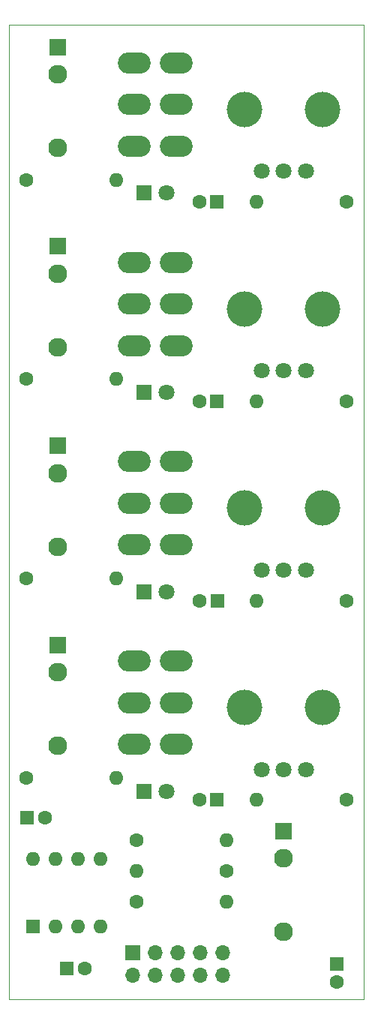
<source format=gts>
G04 #@! TF.GenerationSoftware,KiCad,Pcbnew,(6.0.0)*
G04 #@! TF.CreationDate,2022-07-06T19:49:16+01:00*
G04 #@! TF.ProjectId,Basic-mixer,42617369-632d-46d6-9978-65722e6b6963,rev?*
G04 #@! TF.SameCoordinates,Original*
G04 #@! TF.FileFunction,Soldermask,Top*
G04 #@! TF.FilePolarity,Negative*
%FSLAX46Y46*%
G04 Gerber Fmt 4.6, Leading zero omitted, Abs format (unit mm)*
G04 Created by KiCad (PCBNEW (6.0.0)) date 2022-07-06 19:49:16*
%MOMM*%
%LPD*%
G01*
G04 APERTURE LIST*
G04 #@! TA.AperFunction,Profile*
%ADD10C,0.050000*%
G04 #@! TD*
%ADD11C,1.600000*%
%ADD12O,1.600000X1.600000*%
%ADD13R,1.800000X1.800000*%
%ADD14C,1.800000*%
%ADD15O,3.700000X2.400000*%
%ADD16R,1.600000X1.600000*%
%ADD17C,4.000000*%
%ADD18R,1.700000X1.700000*%
%ADD19O,1.700000X1.700000*%
%ADD20R,1.930000X1.830000*%
%ADD21C,2.130000*%
G04 APERTURE END LIST*
D10*
X104999998Y-51000000D02*
X104999999Y-161000000D01*
X64999999Y-161000000D02*
X104999999Y-161000000D01*
X64999999Y-51000000D02*
X104999998Y-51000000D01*
X64999999Y-51000000D02*
X64999999Y-161000000D01*
D11*
X103079999Y-138500000D03*
D12*
X92919999Y-138500000D03*
D13*
X80224999Y-92500000D03*
D14*
X82764999Y-92500000D03*
D11*
X79419999Y-143000000D03*
D12*
X89579999Y-143000000D03*
D15*
X79099999Y-122800000D03*
X79099999Y-127500000D03*
X79099999Y-132200000D03*
X83899999Y-122800000D03*
X83899999Y-127500000D03*
X83899999Y-132200000D03*
D16*
X67044887Y-140500000D03*
D11*
X69044887Y-140500000D03*
D17*
X100399999Y-128050000D03*
X91599999Y-128050000D03*
D14*
X98499999Y-135050000D03*
X95999999Y-135050000D03*
X93499999Y-135050000D03*
D17*
X100399999Y-105550000D03*
X91599999Y-105550000D03*
D14*
X98499999Y-112550000D03*
X95999999Y-112550000D03*
X93499999Y-112550000D03*
D11*
X66919999Y-68500000D03*
D12*
X77079999Y-68500000D03*
D17*
X100399999Y-83050000D03*
X91599999Y-83050000D03*
D14*
X98499999Y-90050000D03*
X95999999Y-90050000D03*
X93499999Y-90050000D03*
D18*
X78924999Y-155725000D03*
D19*
X78924999Y-158265000D03*
X81464999Y-155725000D03*
X81464999Y-158265000D03*
X84004999Y-155725000D03*
X84004999Y-158265000D03*
X86544999Y-155725000D03*
X86544999Y-158265000D03*
X89084999Y-155725000D03*
X89084999Y-158265000D03*
D20*
X95999999Y-142000000D03*
D21*
X95999999Y-153400000D03*
X95999999Y-145100000D03*
D16*
X67699999Y-152800000D03*
D12*
X70239999Y-152800000D03*
X72779999Y-152800000D03*
X75319999Y-152800000D03*
X75319999Y-145180000D03*
X72779999Y-145180000D03*
X70239999Y-145180000D03*
X67699999Y-145180000D03*
D20*
X70499999Y-98500000D03*
D21*
X70499999Y-109900000D03*
X70499999Y-101600000D03*
D13*
X80224999Y-70000000D03*
D14*
X82764999Y-70000000D03*
D20*
X70499999Y-53500000D03*
D21*
X70499999Y-64900000D03*
X70499999Y-56600000D03*
D16*
X88455111Y-138500000D03*
D11*
X86455111Y-138500000D03*
D13*
X80224999Y-115000000D03*
D14*
X82764999Y-115000000D03*
D11*
X66919999Y-136000000D03*
D12*
X77079999Y-136000000D03*
D11*
X89579999Y-146500000D03*
D12*
X79419999Y-146500000D03*
D11*
X66919999Y-113500000D03*
D12*
X77079999Y-113500000D03*
D15*
X79099999Y-100300000D03*
X79099999Y-105000000D03*
X79099999Y-109700000D03*
X83899999Y-100300000D03*
X83899999Y-105000000D03*
X83899999Y-109700000D03*
X79099999Y-77800000D03*
X79099999Y-82500000D03*
X79099999Y-87200000D03*
X83899999Y-77800000D03*
X83899999Y-82500000D03*
X83899999Y-87200000D03*
D20*
X70499999Y-76000000D03*
D21*
X70499999Y-87400000D03*
X70499999Y-79100000D03*
D11*
X103079999Y-71000000D03*
D12*
X92919999Y-71000000D03*
D11*
X79419999Y-150000000D03*
D12*
X89579999Y-150000000D03*
D11*
X103079999Y-93500000D03*
D12*
X92919999Y-93500000D03*
D13*
X80224999Y-137500000D03*
D14*
X82764999Y-137500000D03*
D17*
X91599999Y-60550000D03*
X100399999Y-60550000D03*
D14*
X98499999Y-67550000D03*
X95999999Y-67550000D03*
X93499999Y-67550000D03*
D16*
X101999999Y-157044887D03*
D11*
X101999999Y-159044887D03*
D15*
X79099999Y-55300000D03*
X79099999Y-60000000D03*
X79099999Y-64700000D03*
X83899999Y-55300000D03*
X83899999Y-60000000D03*
X83899999Y-64700000D03*
D11*
X66919999Y-91000000D03*
D12*
X77079999Y-91000000D03*
D16*
X71499999Y-157500000D03*
D11*
X73499999Y-157500000D03*
D16*
X88455111Y-93500000D03*
D11*
X86455111Y-93500000D03*
D16*
X88455112Y-71000000D03*
D11*
X86455112Y-71000000D03*
D20*
X70499999Y-121000000D03*
D21*
X70499999Y-132400000D03*
X70499999Y-124100000D03*
D11*
X103079999Y-116000000D03*
D12*
X92919999Y-116000000D03*
D16*
X88499999Y-116000000D03*
D11*
X86499999Y-116000000D03*
M02*

</source>
